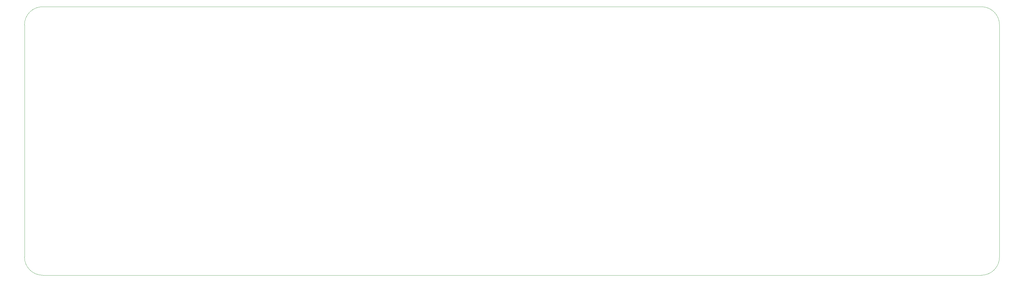
<source format=gbr>
G04 #@! TF.GenerationSoftware,KiCad,Pcbnew,(5.1.5)-3*
G04 #@! TF.CreationDate,2021-01-28T08:37:11+08:00*
G04 #@! TF.ProjectId,k54,6b35342e-6b69-4636-9164-5f7063625858,rev?*
G04 #@! TF.SameCoordinates,Original*
G04 #@! TF.FileFunction,Profile,NP*
%FSLAX46Y46*%
G04 Gerber Fmt 4.6, Leading zero omitted, Abs format (unit mm)*
G04 Created by KiCad (PCBNEW (5.1.5)-3) date 2021-01-28 08:37:11*
%MOMM*%
%LPD*%
G04 APERTURE LIST*
%ADD10C,0.050000*%
G04 APERTURE END LIST*
D10*
X567928125Y-184546875D02*
X260746875Y-184546875D01*
X573881250Y-266700000D02*
X573881250Y-190500000D01*
X260746875Y-272653125D02*
X567928125Y-272653125D01*
X254793750Y-190500000D02*
X254793750Y-266700000D01*
X260746875Y-272653125D02*
G75*
G02X254793750Y-266700000I0J5953125D01*
G01*
X573881250Y-266700000D02*
G75*
G02X567928125Y-272653125I-5953125J0D01*
G01*
X567928125Y-184546875D02*
G75*
G02X573881250Y-190500000I0J-5953125D01*
G01*
X254793750Y-190500000D02*
G75*
G02X260746875Y-184546875I5953125J0D01*
G01*
M02*

</source>
